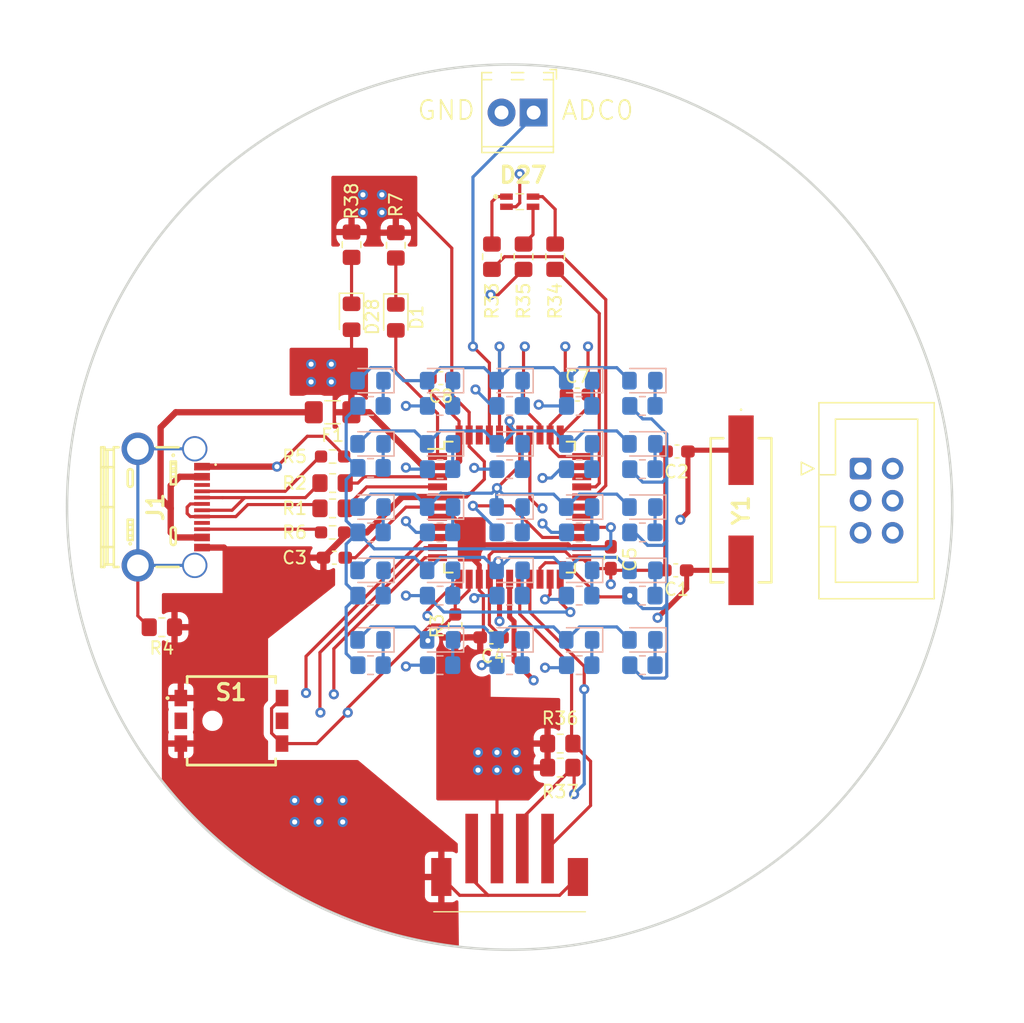
<source format=kicad_pcb>
(kicad_pcb (version 20221018) (generator pcbnew)
  (layers (0 "F.Cu" mixed) (1 "In1.Cu" signal) (2 "In2.Cu" signal) (31 "B.Cu" mixed) (34 "B.Paste" user) (35 "F.Paste" user) (36 "B.SilkS" user "B.Silkscreen") (37 "F.SilkS" user "F.Silkscreen") (38 "B.Mask" user) (39 "F.Mask" user) (44 "Edge.Cuts" user))
  (net 0 "")
  (net 1 "GND")
  (net 2 "Net-(U1-XTAL1)")
  (net 3 "Net-(U1-XTAL2)")
  (net 4 "Net-(U1-UCAP)")
  (net 5 "+5V")
  (net 6 "/MISO")
  (net 7 "/SCK")
  (net 8 "/MOSI")
  (net 9 "/RESET")
  (net 10 "Net-(J1-D+-PadA6)")
  (net 11 "Net-(U1-D+)")
  (net 12 "Net-(J1-D--PadA7)")
  (net 13 "Net-(U1-D-)")
  (net 14 "Net-(J1-SHIELD)")
  (net 15 "Net-(J1-CC1)")
  (net 16 "Net-(J1-CC2)")
  (net 17 "Net-(D1-K)")
  (net 18 "Net-(D1-A)")
  (net 19 "/SS")
  (net 20 "Net-(D2-K)")
  (net 21 "/LED_ROW1")
  (net 22 "Net-(D3-K)")
  (net 23 "Net-(D4-K)")
  (net 24 "Net-(D5-K)")
  (net 25 "Net-(D6-K)")
  (net 26 "Net-(D7-K)")
  (net 27 "/LED_ROW2")
  (net 28 "Net-(D8-K)")
  (net 29 "Net-(D9-K)")
  (net 30 "Net-(D10-K)")
  (net 31 "Net-(D11-K)")
  (net 34 "Net-(D12-K)")
  (net 35 "/LED_ROW3")
  (net 36 "Net-(D13-K)")
  (net 37 "Net-(D14-K)")
  (net 38 "Net-(D15-K)")
  (net 39 "Net-(D16-K)")
  (net 40 "/AREF")
  (net 41 "Net-(D17-K)")
  (net 42 "/LED_ROW4")
  (net 43 "Net-(D18-K)")
  (net 44 "Net-(D19-K)")
  (net 45 "Net-(D20-K)")
  (net 46 "Net-(D21-K)")
  (net 47 "Net-(D22-K)")
  (net 48 "/LED_ROW5")
  (net 49 "Net-(D23-K)")
  (net 50 "Net-(D24-K)")
  (net 51 "Net-(D25-K)")
  (net 52 "Net-(D26-K)")
  (net 53 "Net-(F1-Pad2)")
  (net 54 "/LED_COL1")
  (net 55 "/LED_COL2")
  (net 56 "/LED_COL3")
  (net 57 "/LED_COL4")
  (net 58 "/LED_COL5")
  (net 59 "/TRI_LED_R")
  (net 60 "/TRI_LED_G")
  (net 61 "/TRI_LED_B")
  (net 62 "Net-(D28-K)")
  (net 63 "/SCL")
  (net 66 "Net-(J3-Pin_1)")
  (net 69 "/SDA")
  (net 72 "Net-(D27-K_RED)")
  (net 73 "Net-(D27-K_GREEN)")
  (net 74 "Net-(D27-K_BLUE)")
  (footprint "Resistor_SMD:R_0603_1608Metric_Pad0.98x0.95mm_HandSolder" (layer "F.Cu") (at 136 96)
    (fp_text reference "R5")
    (fp_text value "5.1k")
  )
  (footprint "Resistor_SMD:R_0603_1608Metric_Pad0.98x0.95mm_HandSolder" (layer "F.Cu") (at 136 102)
    (fp_text reference "R6")
    (fp_text value "5.1k")
  )
  (footprint "Connector_IDC:IDC-Header_2x03_P2.54mm_Vertical" (layer "F.Cu") (at 177.7475 96.955)
    (fp_text reference "J2" hide)
    (fp_text value "AVR-ISP-6")
  )
  (footprint "Fuse:Fuse_1206_3216Metric_Pad1.42x1.75mm_HandSolder" (layer "F.Cu") (at 136 92.5 180)
    (fp_text reference "F1")
    (fp_text value "Polyfuse")
  )
  (footprint "Resistor_SMD:R_0805_2012Metric_Pad1.20x1.40mm_HandSolder" (layer "F.Cu") (at 151.1 80.2 90)
    (fp_text reference "R35")
    (fp_text value "91")
  )
  (footprint "basic_microcontroller:Pushbutton Switch" (layer "F.Cu") (at 128 116.9)
    (fp_text reference "S1")
    (fp_text value "Pushbutton Switch" hide)
  )
  (footprint "Resistor_SMD:R_0805_2012Metric_Pad1.20x1.40mm_HandSolder" (layer "F.Cu") (at 136 100.1)
    (fp_text reference "R1")
    (fp_text value "22")
  )
  (footprint "Resistor_SMD:R_0805_2012Metric_Pad1.20x1.40mm_HandSolder" (layer "F.Cu") (at 154 118.7)
    (fp_text reference "R37")
    (fp_text value "10k")
  )
  (footprint "LED_SMD:LED_0805_2012Metric_Pad1.15x1.40mm_HandSolder" (layer "F.Cu") (at 137.5 84.95 -90)
    (fp_text reference "D28")
    (fp_text value "LED")
  )
  (footprint "Resistor_SMD:R_0805_2012Metric_Pad1.20x1.40mm_HandSolder" (layer "F.Cu") (at 154 120.6)
    (fp_text reference "R36")
    (fp_text value "10k")
  )
  (footprint "Capacitor_SMD:C_0603_1608Metric_Pad1.08x0.95mm_HandSolder" (layer "F.Cu") (at 163.2375 95.6)
    (fp_text reference "C2")
    (fp_text value "20pF")
  )
  (footprint "Capacitor_SMD:C_0603_1608Metric_Pad1.08x0.95mm_HandSolder" (layer "F.Cu") (at 136.1375 104)
    (fp_text reference "C3")
    (fp_text value "1uF")
  )
  (footprint "TerminalBlock_Phoenix:TerminalBlock_Phoenix_MPT-0,5-2-2.54_1x02_P2.54mm_Horizontal" (layer "F.Cu") (at 151.9 68.8 180)
    (fp_text reference "J3" hide)
    (fp_text value "Screw_Terminal_01x02")
  )
  (footprint "basic_microcontroller:USB480003A" (layer "F.Cu") (at 122 100 -90)
    (fp_text reference "J1")
    (fp_text value "USB_C_Receptacle_USB2.0" hide)
  )
  (footprint "Resistor_SMD:R_0805_2012Metric_Pad1.20x1.40mm_HandSolder" (layer "F.Cu") (at 153.6 80.2 90)
    (fp_text reference "R34")
    (fp_text value "91")
  )
  (footprint "Capacitor_SMD:C_0603_1608Metric_Pad1.08x0.95mm_HandSolder" (layer "F.Cu") (at 163.1375 105)
    (fp_text reference "C1")
    (fp_text value "20pF")
  )
  (footprint "Capacitor_SMD:C_0603_1608Metric_Pad1.08x0.95mm_HandSolder" (layer "F.Cu") (at 144.5625 89.8 180)
    (fp_text reference "C8")
    (fp_text value "100nF")
  )
  (footprint "basic_microcontroller:ECS80185PXGMTR" (layer "F.Cu") (at 168.3 100.25 -90)
    (fp_text reference "Y1")
    (fp_text value "8MHz" hide)
  )
  (footprint "Resistor_SMD:R_0805_2012Metric_Pad1.20x1.40mm_HandSolder" (layer "F.Cu") (at 137.5 79.25 90)
    (fp_text reference "R38")
    (fp_text value "140")
  )
  (footprint "basic_microcontroller:RGB LED" (layer "F.Cu") (at 150.8 75.85)
    (fp_text reference "D27")
    (fp_text value "LED_ABRG" hide)
  )
  (footprint "Package_QFP:TQFP-44_10x10mm_P0.8mm" (layer "F.Cu") (at 150 100)
    (fp_text reference "U1" hide)
    (fp_text value "ATmega32U4-A")
  )
  (footprint "basic_microcontroller:stemma" (layer "F.Cu") (at 150 130.5)
    (fp_text reference "C6" hide)
    (fp_text value "Stemma" hide)
  )
  (footprint "Capacitor_SMD:C_0603_1608Metric_Pad1.08x0.95mm_HandSolder" (layer "F.Cu") (at 155.3625 91.1)
    (fp_text reference "C7")
    (fp_text value "100nF")
  )
  (footprint "Resistor_SMD:R_0805_2012Metric_Pad1.20x1.40mm_HandSolder" (layer "F.Cu") (at 141 79.3 90)
    (fp_text reference "R7")
    (fp_text value "140")
  )
  (footprint "Capacitor_SMD:C_0603_1608Metric_Pad1.08x0.95mm_HandSolder" (layer "F.Cu") (at 148.5375 110.3 180)
    (fp_text reference "C4")
    (fp_text value "100nF")
  )
  (footprint "Resistor_SMD:R_0805_2012Metric_Pad1.20x1.40mm_HandSolder" (layer "F.Cu") (at 148.6 80.2 90)
    (fp_text reference "R33")
    (fp_text value "140")
  )
  (footprint "Resistor_SMD:R_0805_2012Metric_Pad1.20x1.40mm_HandSolder" (layer "F.Cu") (at 136 98.1)
    (fp_text reference "R2")
    (fp_text value "22")
  )
  (footprint "LED_SMD:LED_0805_2012Metric_Pad1.15x1.40mm_HandSolder" (layer "F.Cu") (at 141 85 -90)
    (fp_text reference "D1")
    (fp_text value "LED")
  )
  (footprint "Resistor_SMD:R_0603_1608Metric_Pad0.98x0.95mm_HandSolder" (layer "F.Cu") (at 145.7 109.4 90)
    (fp_text reference "R3")
    (fp_text value "5.1k")
  )
  (footprint "Capacitor_SMD:C_0603_1608Metric_Pad1.08x0.95mm_HandSolder" (layer "F.Cu") (at 158 104 90)
    (fp_text reference "C5")
    (fp_text value "100nF")
  )
  (footprint "Resistor_SMD:R_0805_2012Metric_Pad1.20x1.40mm_HandSolder" (layer "F.Cu") (at 122.5 109.5 180)
    (fp_text reference "R4")
    (fp_text value "1M")
  )
  (footprint "LED_SMD:LED_0805_2012Metric_Pad1.15x1.40mm_HandSolder" (layer "B.Cu") (at 144.5 110.5 180)
    (fp_text reference "D25" hide)
    (fp_text value "LED")
  )
  (footprint "LED_SMD:LED_0805_2012Metric_Pad1.15x1.40mm_HandSolder" (layer "B.Cu") (at 155.5 100 180)
    (fp_text reference "D13" hide)
    (fp_text value "LED")
  )
  (footprint "Resistor_SMD:R_0805_2012Metric_Pad1.20x1.40mm_HandSolder" (layer "B.Cu") (at 144.5 102 180)
    (fp_text reference "R21" hide)
    (fp_text value "140")
  )
  (footprint "Resistor_SMD:R_0805_2012Metric_Pad1.20x1.40mm_HandSolder" (layer "B.Cu") (at 155.5 107 180)
    (fp_text reference "R24" hide)
    (fp_text value "140")
  )
  (footprint "LED_SMD:LED_0805_2012Metric_Pad1.15x1.40mm_HandSolder" (layer "B.Cu") (at 144.5 90 180)
    (fp_text reference "D5" hide)
    (fp_text value "LED")
  )
  (footprint "Resistor_SMD:R_0805_2012Metric_Pad1.20x1.40mm_HandSolder" (layer "B.Cu") (at 160.5 102 180)
    (fp_text reference "R18" hide)
    (fp_text value "140")
  )
  (footprint "LED_SMD:LED_0805_2012Metric_Pad1.15x1.40mm_HandSolder" (layer "B.Cu") (at 160.5 105 180)
    (fp_text reference "D17" hide)
    (fp_text value "LED")
  )
  (footprint "Resistor_SMD:R_0805_2012Metric_Pad1.20x1.40mm_HandSolder" (layer "B.Cu") (at 150 102 180)
    (fp_text reference "R20" hide)
    (fp_text value "140")
  )
  (footprint "LED_SMD:LED_0805_2012Metric_Pad1.15x1.40mm_HandSolder" (layer "B.Cu") (at 155.5 105 180)
    (fp_text reference "D18" hide)
    (fp_text value "LED")
  )
  (footprint "Resistor_SMD:R_0805_2012Metric_Pad1.20x1.40mm_HandSolder" (layer "B.Cu") (at 150 97 180)
    (fp_text reference "R15" hide)
    (fp_text value "140")
  )
  (footprint "Resistor_SMD:R_0805_2012Metric_Pad1.20x1.40mm_HandSolder" (layer "B.Cu") (at 144.5 97 180)
    (fp_text reference "R16" hide)
    (fp_text value "140")
  )
  (footprint "LED_SMD:LED_0805_2012Metric_Pad1.15x1.40mm_HandSolder" (layer "B.Cu") (at 155.5 110.5 180)
    (fp_text reference "D23" hide)
    (fp_text value "LED")
  )
  (footprint "Resistor_SMD:R_0805_2012Metric_Pad1.20x1.40mm_HandSolder" (layer "B.Cu") (at 150 107 180)
    (fp_text reference "R25" hide)
    (fp_text value "140")
  )
  (footprint "LED_SMD:LED_0805_2012Metric_Pad1.15x1.40mm_HandSolder" (layer "B.Cu") (at 150 90 180)
    (fp_text reference "D4" hide)
    (fp_text value "LED")
  )
  (footprint "LED_SMD:LED_0805_2012Metric_Pad1.15x1.40mm_HandSolder" (layer "B.Cu") (at 139 110.5 180)
    (fp_text reference "D26" hide)
    (fp_text value "LED")
  )
  (footprint "Resistor_SMD:R_0805_2012Metric_Pad1.20x1.40mm_HandSolder" (layer "B.Cu") (at 139 92 180)
    (fp_text reference "R12" hide)
    (fp_text value "140")
  )
  (footprint "LED_SMD:LED_0805_2012Metric_Pad1.15x1.40mm_HandSolder" (layer "B.Cu") (at 150 105 180)
    (fp_text reference "D19" hide)
    (fp_text value "LED")
  )
  (footprint "Resistor_SMD:R_0805_2012Metric_Pad1.20x1.40mm_HandSolder" (layer "B.Cu") (at 160.5 107 180)
    (fp_text reference "R23" hide)
    (fp_text value "140")
  )
  (footprint "Resistor_SMD:R_0805_2012Metric_Pad1.20x1.40mm_HandSolder" (layer "B.Cu") (at 144.5 92 180)
    (fp_text reference "R11" hide)
    (fp_text value "140")
  )
  (footprint "Resistor_SMD:R_0805_2012Metric_Pad1.20x1.40mm_HandSolder" (layer "B.Cu") (at 160.5 92 180)
    (fp_text reference "R8" hide)
    (fp_text value "140")
  )
  (footprint "Resistor_SMD:R_0805_2012Metric_Pad1.20x1.40mm_HandSolder" (layer "B.Cu") (at 150 112.5 180)
    (fp_text reference "R30" hide)
    (fp_text value "140")
  )
  (footprint "Resistor_SMD:R_0805_2012Metric_Pad1.20x1.40mm_HandSolder" (layer "B.Cu") (at 155.5 112.5 180)
    (fp_text reference "R29" hide)
    (fp_text value "140")
  )
  (footprint "LED_SMD:LED_0805_2012Metric_Pad1.15x1.40mm_HandSolder" (layer "B.Cu") (at 150 100 180)
    (fp_text reference "D14" hide)
    (fp_text value "LED")
  )
  (footprint "Resistor_SMD:R_0805_2012Metric_Pad1.20x1.40mm_HandSolder" (layer "B.Cu") (at 155.5 97 180)
    (fp_text reference "R14" hide)
    (fp_text value "140")
  )
  (footprint "Resistor_SMD:R_0805_2012Metric_Pad1.20x1.40mm_HandSolder" (layer "B.Cu") (at 155.5 92 180)
    (fp_text reference "R9" hide)
    (fp_text value "140")
  )
  (footprint "LED_SMD:LED_0805_2012Metric_Pad1.15x1.40mm_HandSolder" (layer "B.Cu") (at 144.5 95 180)
    (fp_text reference "D10" hide)
    (fp_text value "LED")
  )
  (footprint "LED_SMD:LED_0805_2012Metric_Pad1.15x1.40mm_HandSolder" (layer "B.Cu") (at 139 100 180)
    (fp_text reference "D16" hide)
    (fp_text value "LED")
  )
  (footprint "LED_SMD:LED_0805_2012Metric_Pad1.15x1.40mm_HandSolder" (layer "B.Cu") (at 139 105 180)
    (fp_text reference "D21" hide)
    (fp_text value "LED")
  )
  (footprint "Resistor_SMD:R_0805_2012Metric_Pad1.20x1.40mm_HandSolder" (layer "B.Cu") (at 150 92 180)
    (fp_text reference "R10" hide)
    (fp_text value "140")
  )
  (footprint "Resistor_SMD:R_0805_2012Metric_Pad1.20x1.40mm_HandSolder" (layer "B.Cu") (at 160.5 97 180)
    (fp_text reference "R13" hide)
    (fp_text value "140")
  )
  (footprint "LED_SMD:LED_0805_2012Metric_Pad1.15x1.40mm_HandSolder" (layer "B.Cu") (at 160.5 95 180)
    (fp_text reference "D7" hide)
    (fp_text value "LED")
  )
  (footprint "LED_SMD:LED_0805_2012Metric_Pad1.15x1.40mm_HandSolder" (layer "B.Cu") (at 160.5 100 180)
    (fp_text reference "D12" hide)
    (fp_text value "LED")
  )
  (footprint "LED_SMD:LED_0805_2012Metric_Pad1.15x1.40mm_HandSolder" (layer "B.Cu") (at 155.5 95 180)
    (fp_text reference "D8" hide)
    (fp_text value "LED")
  )
  (footprint "LED_SMD:LED_0805_2012Metric_Pad1.15x1.40mm_HandSolder" (layer "B.Cu") (at 144.5 105 180)
    (fp_text reference "D20" hide)
    (fp_text value "LED")
  )
  (footprint "Resistor_SMD:R_0805_2012Metric_Pad1.20x1.40mm_HandSolder" (layer "B.Cu") (at 139 112.5 180)
    (fp_text reference "R32" hide)
    (fp_text value "140")
  )
  (footprint "LED_SMD:LED_0805_2012Metric_Pad1.15x1.40mm_HandSolder" (layer "B.Cu") (at 160.5 110.5 180)
    (fp_text reference "D22" hide)
    (fp_text value "LED")
  )
  (footprint "LED_SMD:LED_0805_2012Metric_Pad1.15x1.40mm_HandSolder" (layer "B.Cu") (at 139 90 180)
    (fp_text reference "D6" hide)
    (fp_text value "LED")
  )
  (footprint "LED_SMD:LED_0805_2012Metric_Pad1.15x1.40mm_HandSolder" (layer "B.Cu") (at 150 110.5 180)
    (fp_text reference "D24" hide)
    (fp_text value "LED")
  )
  (footprint "Resistor_SMD:R_0805_2012Metric_Pad1.20x1.40mm_HandSolder" (layer "B.Cu") (at 139 96.9 180)
    (fp_text reference "R17" hide)
    (fp_text value "140")
  )
  (footprint "Resistor_SMD:R_0805_2012Metric_Pad1.20x1.40mm_HandSolder" (layer "B.Cu") (at 144.5 107 180)
    (fp_text reference "R26" hide)
    (fp_text value "140")
  )
  (footprint "LED_SMD:LED_0805_2012Metric_Pad1.15x1.40mm_HandSolder" (layer "B.Cu") (at 150 95 180)
    (fp_text reference "D9" hide)
    (fp_text value "LED")
  )
  (footprint "LED_SMD:LED_0805_2012Metric_Pad1.15x1.40mm_HandSolder" (layer "B.Cu") (at 160.5 90 180)
    (fp_text reference "D2" hide)
    (fp_text value "LED")
  )
  (footprint "Resistor_SMD:R_0805_2012Metric_Pad1.20x1.40mm_HandSolder" (layer "B.Cu") (at 139 102 180)
    (fp_text reference "R22" hide)
    (fp_text value "140")
  )
  (footprint "Resistor_SMD:R_0805_2012Metric_Pad1.20x1.40mm_HandSolder" (layer "B.Cu") (at 144.5 112.5 180)
    (fp_text reference "R31" hide)
    (fp_text value "140")
  )
  (footprint "LED_SMD:LED_0805_2012Metric_Pad1.15x1.40mm_HandSolder" (layer "B.Cu") (at 155.5 90 180)
    (fp_text reference "D3" hide)
    (fp_text value "LED")
  )
  (footprint "LED_SMD:LED_0805_2012Metric_Pad1.15x1.40mm_HandSolder" (layer "B.Cu") (at 139 95 180)
    (fp_text reference "D11" hide)
    (fp_text value "LED")
  )
  (footprint "Resistor_SMD:R_0805_2012Metric_Pad1.20x1.40mm_HandSolder" (layer "B.Cu") (at 160.5 112.5 180)
    (fp_text reference "R28" hide)
    (fp_text value "140")
  )
  (footprint "Resistor_SMD:R_0805_2012Metric_Pad1.20x1.40mm_HandSolder" (layer "B.Cu") (at 155.5 102 180)
    (fp_text reference "R19" hide)
    (fp_text value "140")
  )
  (footprint "LED_SMD:LED_0805_2012Metric_Pad1.15x1.40mm_HandSolder" (layer "B.Cu") (at 144.5 100 180)
    (fp_text reference "D15" hide)
    (fp_text value "LED")
  )
  (footprint "Resistor_SMD:R_0805_2012Metric_Pad1.20x1.40mm_HandSolder" (layer "B.Cu") (at 139 107 180)
    (fp_text reference "R27" hide)
    (fp_text value "140")
  )
  (gr_circle (center 150 100) (end 185 100) (stroke (width 0.2)) (fill none) (layer "Edge.Cuts"))
  (gr_text "GND" (at 142.6 69.5) (layer "F.SilkS") (effects (font (size 1.5 1.5)) (justify left bottom)))
  (gr_text "ADC0" (at 154 69.5) (layer "F.SilkS") (effects (font (size 1.5 1.5)) (justify left bottom)))
  (segment (start 138.7 102) (end 141.5 99.2) (width 0.5) (layer "F.Cu") (net 1))
  (segment (start 137 102) (end 138.7 102) (width 0.5) (layer "F.Cu") (net 1))
  (segment (start 145.425 89.8) (end 145.425 79.525) (width 0.25) (layer "F.Cu") (net 1))
  (segment (start 125.675 103.2) (end 127.4 103.2) (width 0.5) (layer "F.Cu") (net 1))
  (segment (start 162.275 95.7) (end 162.375 95.6) (width 0.25) (layer "F.Cu") (net 1))
  (segment (start 134 94.4) (end 135.4 94.4) (width 0.25) (layer "F.Cu") (net 1))
  (segment (start 146.6 99.2) (end 148 97.8) (width 0.25) (layer "F.Cu") (net 1))
  (segment (start 162.275 105) (end 158.1375 105) (width 0.25) (layer "F.Cu") (net 1))
  (segment (start 154.9 104) (end 155.7 104) (width 0.25) (layer "F.Cu") (net 1))
  (segment (start 125.675 96.8) (end 131.6 96.8) (width 0.5) (layer "F.Cu") (net 1))
  (segment (start 154.4 103.5) (end 154.9 104) (width 0.25) (layer "F.Cu") (net 1))
  (segment (start 146.8 94.3) (end 146.8 92.5) (width 0.25) (layer "F.Cu") (net 1))
  (segment (start 154.5 92.2) (end 154.5 91.1) (width 0.25) (layer "F.Cu") (net 1))
  (segment (start 148.4 109.3) (end 149.4 110.3) (width 0.25) (layer "F.Cu") (net 1))
  (segment (start 154.4 87.3) (end 154.4 91) (width 0.25) (layer "F.Cu") (net 1))
  (segment (start 158.1375 105) (end 158 104.8625) (width 0.25) (layer "F.Cu") (net 1))
  (segment (start 131.6 96.8) (end 134 94.4) (width 0.25) (layer "F.Cu") (net 1))
  (segment (start 148 96.4) (end 147.55 95.95) (width 0.25) (layer "F.Cu") (net 1))
  (segment (start 155.7 96) (end 153.9 96) (width 0.25) (layer "F.Cu") (net 1))
  (segment (start 153.2 95.3) (end 153.2 94.3) (width 0.25) (layer "F.Cu") (net 1))
  (segment (start 147.55 95.95) (end 146.8 95.2) (width 0.25) (layer "F.Cu") (net 1))
  (segment (start 146.8 95.2) (end 146.8 94.3) (width 0.25) (layer "F.Cu") (net 1))
  (segment (start 146.05 130.7) (end 148.3 130.7) (width 0.25) (layer "F.Cu") (net 1))
  (segment (start 145.425 91.125) (end 145.425 89.8) (width 0.25) (layer "F.Cu") (net 1))
  (segment (start 144.6 129.25) (end 146.05 130.7) (width 0.25) (layer "F.Cu") (net 1))
  (segment (start 153.2 93.5) (end 154.5 92.2) (width 0.25) (layer "F.Cu") (net 1))
  (segment (start 146.8 92.5) (end 145.425 91.125) (width 0.25) (layer "F.Cu") (net 1))
  (segment (start 141.5 99.2) (end 144.3 99.2) (width 0.5) (layer "F.Cu") (net 1))
  (segment (start 147 127) (end 147 129.4) (width 0.25) (layer "F.Cu") (net 1))
  (segment (start 148.375 105.675) (end 148.375 103.825) (width 0.25) (layer "F.Cu") (net 1))
  (segment (start 148.7 103.5) (end 154.4 103.5) (width 0.25) (layer "F.Cu") (net 1))
  (segment (start 144.3 99.2) (end 146.6 99.2) (width 0.25) (layer "F.Cu") (net 1))
  (segment (start 148.375 103.825) (end 148.7 103.5) (width 0.25) (layer "F.Cu") (net 1))
  (segment (start 153.9 96) (end 153.2 95.3) (width 0.25) (layer "F.Cu") (net 1))
  (segment (start 135.275 104) (end 137 102.275) (width 0.5) (layer "F.Cu") (net 1))
  (segment (start 153.2 94.3) (end 153.2 93.5) (width 0.25) (layer "F.Cu") (net 1))
  (segment (start 148.4 105.7) (end 148.375 105.675) (width 0.25) (layer "F.Cu") (net 1))
  (segment (start 147 129.4) (end 148.3 130.7) (width 0.25) (layer "F.Cu") (net 1))
  (segment (start 145.425 79.525) (end 142.4 76.5) (width 0.25) (layer "F.Cu") (net 1))
  (segment (start 153.95 130.7) (end 155.4 129.25) (width 0.25) (layer "F.Cu") (net 1))
  (segment (start 137 102.275) (end 137 102) (width 0.5) (layer "F.Cu") (net 1))
  (segment (start 158 106.1) (end 158 105.3625) (width 0.25) (layer "F.Cu") (net 1))
  (segment (start 155.7 104) (end 156.5625 104.8625) (width 0.25) (layer "F.Cu") (net 1))
  (segment (start 148.4 105.7) (end 148.4 109.3) (width 0.25) (layer "F.Cu") (net 1))
  (segment (start 127.4 103.2) (end 128 103.8) (width 0.5) (layer "F.Cu") (net 1))
  (segment (start 154.4 91) (end 154.5 91.1) (width 0.25) (layer "F.Cu") (net 1))
  (segment (start 135.4 94.4) (end 137 96) (width 0.25) (layer "F.Cu") (net 1))
  (segment (start 162.275 105) (end 162.275 95.7) (width 0.25) (layer "F.Cu") (net 1))
  (segment (start 156.5625 104.8625) (end 158 104.8625) (width 0.25) (layer "F.Cu") (net 1))
  (segment (start 148.3 130.7) (end 153.95 130.7) (width 0.25) (layer "F.Cu") (net 1))
  (segment (start 148 97.8) (end 148 96.4) (width 0.25) (layer "F.Cu") (net 1))
  (segment (start 142.4 76.5) (end 142 76.5) (width 0.25) (layer "F.Cu") (net 1))
  (via (at 138.4 75.3) (size 0.8) (drill 0.4) (layers "F.Cu" "B.Cu") (net 1))
  (via (at 131.6 96.8) (size 0.8) (drill 0.4) (layers "F.Cu" "B.Cu") (net 1))
  (via (at 136.8 123.2) (size 0.8) (drill 0.4) (layers "F.Cu" "B.Cu") (net 1))
  (via (at 133 124.9) (size 0.8) (drill 0.4) (layers "F.Cu" "B.Cu") (net 1))
  (via (at 134.9 123.2) (size 0.8) (drill 0.4) (layers "F.Cu" "B.Cu") (net 1))
  (via (at 136.8 124.9) (size 0.8) (drill 0.4) (layers "F.Cu" "B.Cu") (net 1))
  (via (at 139.9 75.3) (size 0.8) (drill 0.4) (layers "F.Cu" "B.Cu") (net 1))
  (via (at 133 123.2) (size 0.8) (drill 0.4) (layers "F.Cu" "B.Cu") (net 1))
  (via (at 158 106.1) (size 0.8) (drill 0.4) (layers "F.Cu" "B.Cu") (net 1))
  (via (at 134.9 124.9) (size 0.8) (drill 0.4) (layers "F.Cu" "B.Cu") (net 1))
  (via (at 154.4 87.3) (size 0.8) (drill 0.4) (layers "F.Cu" "B.Cu") (net 1))
  (via (at 138.4 76.7) (size 0.8) (drill 0.4) (layers "F.Cu" "B.Cu") (net 1))
  (via (at 139.9 76.7) (size 0.8) (drill 0.4) (layers "F.Cu" "B.Cu") (net 1))
  (segment (start 150.35 109.05) (end 150 108.7) (width 0.4) (layer "F.Cu") (net 2))
  (segment (start 150.35 112.15) (end 150.35 109.05) (width 0.4) (layer "F.Cu") (net 2))
  (segment (start 164 106.45) (end 161.7005 108.7495) (width 0.4) (layer "F.Cu") (net 2))
  (segment (start 168.3 105) (end 164 105) (width 0.4) (layer "F.Cu") (net 2))
  (segment (start 151.9 113.7) (end 150.35 112.15) (width 0.4) (layer "F.Cu") (net 2))
  (segment (start 164 105) (end 164 106.45) (width 0.4) (layer "F.Cu") (net 2))
  (segment (start 150 108.7) (end 150 105.7) (width 0.4) (layer "F.Cu") (net 2))
  (via (at 161.7005 108.7495) (size 0.8) (drill 0.4) (layers "F.Cu" "B.Cu") (net 2))
  (via (at 151.9 113.7) (size 0.8) (drill 0.4) (layers "F.Cu" "B.Cu") (net 2))
  (segment (start 149.2 105.7) (end 149.2 109.0245) (width 0.4) (layer "F.Cu") (net 3))
  (segment (start 164.1 100.4) (end 163.5 101) (width 0.4) (layer "F.Cu") (net 3))
  (segment (start 164.2 95.5) (end 164.1 95.6) (width 0.4) (layer "F.Cu") (net 3))
  (segment (start 164.1 95.6) (end 164.1 100.4) (width 0.4) (layer "F.Cu") (net 3))
  (segment (start 168.3 95.5) (end 164.2 95.5) (width 0.4) (layer "F.Cu") (net 3))
  (via (at 163.5 101) (size 0.8) (drill 0.4) (layers "F.Cu" "B.Cu") (net 3))
  (via (at 149.2 109.0245) (size 0.8) (drill 0.4) (layers "F.Cu" "B.Cu") (net 3))
  (segment (start 137.8 104) (end 141.8 100) (width 0.25) (layer "F.Cu") (net 4))
  (segment (start 137 104) (end 137.8 104) (width 0.25) (layer "F.Cu") (net 4))
  (segment (start 141.8 100) (end 144.3 100) (width 0.25) (layer "F.Cu") (net 4))
  (segment (start 156.2 91.075) (end 156.2 87.3) (width 0.25) (layer "F.Cu") (net 5))
  (segment (start 145.55 96.8) (end 146 96.35) (width 0.5) (layer "F.Cu") (net 5))
  (segment (start 138.9 92.5) (end 137.4875 92.5) (width 0.5) (layer "F.Cu") (net 5))
  (segment (start 147.6625 110.3125) (end 147.675 110.3) (width 0.4) (layer "F.Cu") (net 5))
  (segment (start 147.6 104.6) (end 147.6 105.7) (width 0.4) (layer "F.Cu") (net 5))
  (segment (start 150.8 75.95) (end 150.8 73.65) (width 0.25) (layer "F.Cu") (net 5))
  (segment (start 145.5 100.8) (end 146.3 101.6) (width 0.4) (layer "F.Cu") (net 5))
  (segment (start 156.225 92.075) (end 156.225 91.1) (width 0.25) (layer "F.Cu") (net 5))
  (segment (start 150.5 76.25) (end 150.8 75.95) (width 0.25) (layer "F.Cu") (net 5))
  (segment (start 147.6 105.7) (end 147.6 106.574695) (width 0.25) (layer "F.Cu") (net 5))
  (segment (start 147.925 106.899695) (end 147.925 110.05) (width 0.25) (layer "F.Cu") (net 5))
  (segment (start 147.1 104.1) (end 147.6 104.6) (width 0.4) (layer "F.Cu") (net 5))
  (segment (start 144.3 96.8) (end 143.2 96.8) (width 0.5) (layer "F.Cu") (net 5))
  (segment (start 154 94.3) (end 156.225 92.075) (width 0.25) (layer "F.Cu") (net 5))
  (segment (start 154.842462 103.2) (end 154.617462 102.975) (width 0.4) (layer "F.Cu") (net 5))
  (segment (start 155.7625 103.1375) (end 155.7 103.2) (width 0.25) (layer "F.Cu") (net 5))
  (segment (start 147.925 110.05) (end 147.675 110.3) (width 0.25) (layer "F.Cu") (net 5))
  (segment (start 143.7 90.9) (end 143.7 89.8) (width 0.25) (layer "F.Cu") (net 5))
  (segment (start 144.3 100.8) (end 145.5 100.8) (width 0.4) (layer "F.Cu") (net 5))
  (segment (start 147.6 106.574695) (end 147.925 106.899695) (width 0.25) (layer "F.Cu") (net 5))
  (segment (start 149 127) (end 149 123.1) (width 0.25) (layer "F.Cu") (net 5))
  (segment (start 146 96.35) (end 146 94.3) (width 0.5) (layer "F.Cu") (net 5))
  (segment (start 146 93.2) (end 143.7 90.9) (width 0.25) (layer "F.Cu") (net 5))
  (segment (start 156.225 91.1) (end 156.2 91.075) (width 0.25) (layer "F.Cu") (net 5))
  (segment (start 146 94.3) (end 146 93.2) (width 0.25) (layer "F.Cu") (net 5))
  (segment (start 143.2 96.8) (end 138.9 92.5) (width 0.5) (layer "F.Cu") (net 5))
  (segment (start 137.4875 91.4875) (end 137.4875 92.5) (width 0.5) (layer "F.Cu") (net 5))
  (segment (start 149.75 76.25) (end 150.5 76.25) (width 0.25) (layer "F.Cu") (net 5))
  (segment (start 155.7 103.2) (end 154.842462 103.2) (width 0.4) (layer "F.Cu") (net 5))
  (segment (start 137.5 85.975) (end 137.5 88.25) (width 0.25) (layer "F.Cu") (net 5))
  (segment (start 154.617462 102.975) (end 147.3 102.975) (width 0.4) (layer "F.Cu") (net 5))
  (segment (start 158 103.1375) (end 155.7625 103.1375) (width 0.25) (layer "F.Cu") (net 5))
  (segment (start 144.3 96.8) (end 145.55 96.8) (width 0.5) (layer "F.Cu") (net 5))
  (via (at 135.9 88.7) (size 0.8) (drill 0.4) (layers "F.Cu" "B.Cu") (net 5))
  (via (at 150.6 120.8) (size 0.8) (drill 0.4) (layers "F.Cu" "B.Cu") (net 5))
  (via (at 156.2 87.3) (size 0.8) (drill 0.4) (layers "F.Cu" "B.Cu") (net 5))
  (via (at 134.3 90.1) (size 0.8) (drill 0.4) (layers "F.Cu" "B.Cu") (net 5))
  (via (at 147.5 120.8) (size 0.8) (drill 0.4) (layers "F.Cu" "B.Cu") (net 5))
  (via (at 134.3 88.7) (size 0.8) (drill 0.4) (layers "F.Cu" "B.Cu") (net 5))
  (via (at 149 119.4) (size 0.8) (drill 0.4) (layers "F.Cu" "B.Cu") (net 5))
  (via (at 150.5 119.4) (size 0.8) (drill 0.4) (layers "F.Cu" "B.Cu") (net 5))
  (via (at 135.9 90.1) (size 0.8) (drill 0.4) (layers "F.Cu" "B.Cu") (net 5))
  (via (at 150.8 73.65) (size 0.8) (drill 0.4) (layers "F.Cu" "B.Cu") (net 5))
  (via (at 147.5 119.4) (size 0.8) (drill 0.4) (layers "F.Cu" "B.Cu") (net 5))
  (via (at 149 120.8) (size 0.8) (drill 0.4) (layers "F.Cu" "B.Cu") (net 5))
  (segment (start 144.3 104) (end 143.3 104) (width 0.25) (layer "F.Cu") (net 6))
  (segment (start 143.3 104) (end 136.1 111.2) (width 0.25) (layer "F.Cu") (net 6))
  (segment (start 136.1 111.2) (end 136.1 114.8) (width 0.25) (layer "F.Cu") (net 6))
  (via (at 136.1 114.8) (size 0.8) (drill 0.4) (layers "F.Cu" "B.Cu") (net 6))
  (segment (start 133.9 111.8) (end 143.3 102.4) (width 0.25) (layer "F.Cu") (net 7))
  (segment (start 143.3 102.4) (end 144.3 102.4) (width 0.25) (layer "F.Cu") (net 7))
  (segment (start 133.9 114.7) (end 133.9 111.8) (width 0.25) (layer "F.Cu") (net 7))
  (via (at 133.9 114.7) (size 0.8) (drill 0.4) (layers "F.Cu" "B.Cu") (net 7))
  (segment (start 135 116.21191) (end 135 111.5) (width 0.25) (layer "F.Cu") (net 8))
  (segment (start 135.03759 116.2495) (end 135 116.21191) (width 0.25) (layer "F.Cu") (net 8))
  (segment (start 135 111.5) (end 143.3 103.2) (width 0.25) (layer "F.Cu") (net 8))
  (segment (start 143.3 103.2) (end 144.3 103.2) (width 0.25) (layer "F.Cu") (net 8))
  (via (at 135.03759 116.2495) (size 0.8) (drill 0.4) (layers "F.Cu" "B.Cu") (net 8))
  (segment (start 137.2 116.2495) (end 137.2 115.874695) (width 0.25) (layer "F.Cu") (net 9))
  (segment (start 131.175 115.925) (end 132 115.1) (width 0.25) (layer "F.Cu") (net 9))
  (segment (start 137.2 115.874695) (end 143.749695 109.325) (width 0.25) (layer "F.Cu") (net 9))
  (segment (start 132 118.7) (end 131.175 117.875) (width 0.25) (layer "F.Cu") (net 9))
  (segment (start 146.8 106.575) (end 146.8 105.7) (width 0.25) (layer "F.Cu") (net 9))
  (segment (start 145.7 107.675) (end 146.8 106.575) (width 0.25) (layer "F.Cu") (net 9))
  (segment (start 143.749695 109.325) (end 144.8625 109.325) (width 0.25) (layer "F.Cu") (net 9))
  (segment (start 134.7495 118.7) (end 132 118.7) (width 0.25) (layer "F.Cu") (net 9))
  (segment (start 145.7 108.4875) (end 145.7 107.675) (width 0.25) (layer "F.Cu") (net 9))
  (segment (start 131.175 117.875) (end 131.175 115.925) (width 0.25) (layer "F.Cu") (net 9))
  (segment (start 137.2 116.2495) (end 134.7495 118.7) (width 0.25) (layer "F.Cu") (net 9))
  (segment (start 144.8625 109.325) (end 145.7 108.4875) (width 0.25) (layer "F.Cu") (net 9))
  (via (at 137.2 116.2495) (size 0.8) (drill 0.4) (layers "F.Cu" "B.Cu") (net 9))
  (segment (start 129.3 99.8) (end 128.35 100.75) (width 0.25) (layer "F.Cu") (net 10))
  (segment (start 135 100.1) (end 134.7 99.8) (width 0.25) (layer "F.Cu") (net 10))
  (segment (start 124.5 100) (end 124.75 99.75) (width 0.25) (layer "F.Cu") (net 10))
  (segment (start 134.7 99.8) (end 129.3 99.8) (width 0.25) (layer "F.Cu") (net 10))
  (segment (start 128.35 100.75) (end 125.675 100.75) (width 0.25) (layer "F.Cu") (net 10))
  (segment (start 124.75 100.75) (end 124.5 100.5) (width 0.25) (layer "F.Cu") (net 10))
  (segment (start 124.75 99.75) (end 125.675 99.75) (width 0.25) (layer "F.Cu") (net 10))
  (segment (start 124.5 100.5) (end 124.5 100) (width 0.25) (layer "F.Cu") (net 10))
  (segment (start 125.675 100.75) (end 124.75 100.75) (width 0.25) (layer "F.Cu") (net 10))
  (segment (start 138.7 98.4) (end 144.3 98.4) (width 0.25) (layer "F.Cu") (net 11))
  (segment (start 137 100.1) (end 138.7 98.4) (width 0.25) (layer "F.Cu") (net 11))
  (segment (start 125.675 100.25) (end 128.05 100.25) (width 0.25) (layer "F.Cu") (net 12))
  (segment (start 129.05 99.25) (end 129.1 99.25) (width 0.25) (layer "F.Cu") (net 12))
  (segment (start 127.3 99.25) (end 133.85 99.25) (width 0.25) (layer "F.Cu") (net 12))
  (segment (start 125.675 99.25) (end 127.3 99.25) (width 0.25) (layer "F.Cu") (net 12))
  (segment (start 128.05 100.25) (end 129.05 99.25) (width 0.25) (layer "F.Cu") (net 12))
  (segment (start 133.85 99.25) (end 135 98.1) (width 0.25) (layer "F.Cu") (net 12))
  (segment (start 138 98.1) (end 138.5 97.6) (width 0.25) (layer "F.Cu") (net 13))
  (segment (start 137 98.1) (end 138 98.1) (width 0.25) (layer "F.Cu") (net 13))
  (segment (start 138.5 97.6) (end 144.3 97.6) (width 0.25) (layer "F.Cu") (net 13))
  (segment (start 121.5 109.5) (end 120.6 108.6) (width 0.25) (layer "F.Cu") (net 14))
  (segment (start 120.6 108.6) (end 120.6 104.61) (width 0.25) (layer "F.Cu") (net 14))
  (segment (start 125.1 104.61) (end 120.6 104.61) (width 0.25) (layer "B.Cu") (net 14))
  (segment (start 120.6 104.61) (end 120.6 95.39) (width 0.25) (layer "B.Cu") (net 14))
  (segment (start 125.1 95.39) (end 120.6 95.39) (width 0.25) (layer "B.Cu") (net 14))
  (segment (start 135 96) (end 132.25 98.75) (width 0.25) (layer "F.Cu") (net 15))
  (segment (start 132.25 98.75) (end 125.675 98.75) (width 0.25) (layer "F.Cu") (net 15))
  (segment (start 135 102) (end 134.75 101.75) (width 0.25) (layer "F.Cu") (net 16))
  (segment (start 134.75 101.75) (end 125.675 101.75) (width 0.25) (layer "F.Cu") (net 16))
  (segment (start 141 83.975) (end 141 80.3) (width 0.25) (layer "F.Cu") (net 17))
  (segment (start 141 89.3) (end 141 86.025) (width 0.25) (layer "F.Cu") (net 18))
  (segment (start 144.3 96) (end 144.3 92.6) (width 0.25) (layer "F.Cu") (net 18))
  (segment (start 144.3 92.6) (end 141 89.3) (width 0.25) (layer "F.Cu") (net 18))
  (segment (start 161.5 92) (end 161.5 90) (width 0.25) (layer "B.Cu") (net 20))
  (segment (start 149.2 94.3) (end 149.2 87.2) (width 0.25) (layer "F.Cu") (net 21))
  (via (at 149.2 87.3) (size 0.8) (drill 0.4) (layers "F.Cu" "B.Cu") (net 21))
  (segment (start 144.525 88.975) (end 143.5 90) (width 0.25) (layer "B.Cu") (net 21))
  (segment (start 149.2 89.8) (end 149 90) (width 0.25) (layer "B.Cu") (net 21))
  (segment (start 147.975 88.975) (end 144.525 88.975) (width 0.25) (layer "B.Cu") (net 21))
  (segment (start 140.588173 88.975) (end 139.025 88.975) (width 0.25) (layer "B.Cu") (net 21))
  (segment (start 149 90) (end 147.975 88.975) (width 0.25) (layer "B.Cu") (net 21))
  (segment (start 150.025 88.975) (end 149 90) (width 0.25) (layer "B.Cu") (net 21))
  (segment (start 155.525 88.975) (end 154.5 90) (width 0.25) (layer "B.Cu") (net 21))
  (segment (start 158.475 88.975) (end 155.525 88.975) (width 0.25) (layer "B.Cu") (net 21))
  (segment (start 154.5 90) (end 153.475 88.975) (width 0.25) (layer "B.Cu") (net 21))
  (segment (start 139.025 88.975) (end 138 90) (width 0.25) (layer "B.Cu") (net 21))
  (segment (start 143.5 90) (end 141.613173 90) (width 0.25) (layer "B.Cu") (net 21))
  (segment (start 141.613173 90) (end 140.588173 88.975) (width 0.25) (layer "B.Cu") (net 21))
  (segment (start 153.475 88.975) (end 150.025 88.975) (width 0.25) (layer "B.Cu") (net 21))
  (segment (start 159.5 90) (end 158.475 88.975) (width 0.25) (layer "B.Cu") (net 21))
  (segment (start 149.2 87.2) (end 149.2 89.8) (width 0.25) (layer "B.Cu") (net 21))
  (segment (start 156.5 90) (end 156.5 92) (width 0.25) (layer "B.Cu") (net 22))
  (segment (start 151 90) (end 151 92) (width 0.25) (layer "B.Cu") (net 23))
  (segment (start 145.5 90) (end 145.5 92) (width 0.25) (layer "B.Cu") (net 24))
  (segment (start 140 90) (end 140 92) (width 0.25) (layer "B.Cu") (net 25))
  (segment (start 161.5 95) (end 161.5 97) (width 0.25) (layer "B.Cu") (net 26))
  (segment (start 150 94.3) (end 150 93.2) (width 0.25) (layer "F.Cu") (net 27))
  (via (at 150 93.2) (size 0.8) (drill 0.4) (layers "F.Cu" "B.Cu") (net 27))
  (segment (start 154.5 95) (end 154.886827 95) (width 0.25) (layer "B.Cu") (net 27))
  (segment (start 139.025 93.975) (end 142.475 93.975) (width 0.25) (layer "B.Cu") (net 27))
  (segment (start 150 93.563173) (end 150.411827 93.975) (width 0.25) (layer "B.Cu") (net 27))
  (segment (start 149 95) (end 149.386827 95) (width 0.25) (layer "B.Cu") (net 27))
  (segment (start 149.386827 95) (end 150.411827 93.975) (width 0.25) (layer "B.Cu") (net 27))
  (segment (start 142.475 93.975) (end 143.5 95) (width 0.25) (layer "B.Cu") (net 27))
  (segment (start 138 95) (end 139.025 93.975) (width 0.25) (layer "B.Cu") (net 27))
  (segment (start 144.525 93.975) (end 147.975 93.975) (width 0.25) (layer "B.Cu") (net 27))
  (segment (start 154.886827 95) (end 155.911827 93.975) (width 0.25) (layer "B.Cu") (net 27))
  (segment (start 158.475 93.975) (end 159.5 95) (width 0.25) (layer "B.Cu") (net 27))
  (segment (start 155.911827 93.975) (end 158.475 93.975) (width 0.25) (layer "B.Cu") (net 27))
  (segment (start 143.5 95) (end 144.525 93.975) (width 0.25) (layer "B.Cu") (net 27))
  (segment (start 150 93.2) (end 150 93.563173) (width 0.25) (layer "B.Cu") (net 27))
  (segment (start 150.411827 93.975) (end 153.475 93.975) (width 0.25) (layer "B.Cu") (net 27))
  (segment (start 153.475 93.975) (end 154.5 95) (width 0.25) (layer "B.Cu") (net 27))
  (segment (start 147.975 93.975) (end 149 95) (width 0.25) (layer "B.Cu") (net 27))
  (segment (start 156.5 95) (end 156.5 97) (width 0.25) (layer "B.Cu") (net 28))
  (segment (start 151 95) (end 151 97) (width 0.25) (layer "B.Cu") (net 29))
  (segment (start 145.5 95) (end 145.5 97) (width 0.25) (layer "B.Cu") (net 30))
  (segment (start 140 96.9) (end 140 95) (width 0.25) (layer "B.Cu") (net 31))
  (segment (start 161.5 100) (end 161.5 102) (width 0.25) (layer "B.Cu") (net 34))
  (segment (start 149 98.5) (end 150.8 96.7) (width 0.25) (layer "F.Cu") (net 35))
  (segment (start 150.8 96.7) (end 150.8 94.3) (width 0.25) (layer "F.Cu") (net 35))
  (via (at 149 98.5) (size 0.8) (drill 0.4) (layers "F.Cu" "B.Cu") (net 35))
  (segment (start 155.525 98.975) (end 158.475 98.975) (width 0.25) (layer "B.Cu") (net 35))
  (segment (start 148.975 100) (end 148.975 98.525) (width 0.25) (layer "B.Cu") (net 35))
  (segment (start 139.025 98.975) (end 138 100) (width 0.25) (layer "B.Cu") (net 35))
  (segment (start 146.800805 98.9) (end 146.775805 98.925) (width 0.25) (layer "B.Cu") (net 35))
  (segment (start 154.5 100) (end 155.525 98.975) (width 0.25) (layer "B.Cu") (net 35))
  (segment (start 148.6 98.9) (end 146.800805 98.9) (width 0.25) (layer "B.Cu") (net 35))
  (segment (start 149.475 98.975) (end 153.475 98.975) (width 0.25) (layer "B.Cu") (net 35))
  (segment (start 142.475 98.975) (end 139.025 98.975) (width 0.25) (layer "B.Cu") (net 35))
  (segment (start 146.175195 98.925) (end 146.150195 98.9) (width 0.25) (layer "B.Cu") (net 35))
  (segment (start 148.975 98.525) (end 149 98.5) (width 0.25) (layer "B.Cu") (net 35))
  (segment (start 143.5 100) (end 142.475 98.975) (width 0.25) (layer "B.Cu") (net 35))
  (segment (start 153.475 98.975) (end 154.5 100) (width 0.25) (layer "B.Cu") (net 35))
  (segment (start 146.775805 98.925) (end 146.175195 98.925) (width 0.25) (layer "B.Cu") (net 35))
  (segment (start 149 98.5) (end 149.475 98.975) (width 0.25) (layer "B.Cu") (net 35))
  (segment (start 149 98.5) (end 148.6 98.9) (width 0.25) (layer "B.Cu") (net 35))
  (segment (start 144.6 98.9) (end 143.5 100) (width 0.25) (layer "B.Cu") (net 35))
  (segment (start 146.150195 98.9) (end 144.6 98.9) (width 0.25) (layer "B.Cu") (net 35))
  (segment (start 158.475 98.975) (end 159.5 100) (width 0.25) (layer "B.Cu") (net 35))
  (segment (start 156.5 100) (end 156.5 102) (width 0.25) (layer "B.Cu") (net 36))
  (segment (start 151 100) (end 151 102) (width 0.25) (layer "B.Cu") (net 37))
  (segment (start 145.5 100) (end 145.5 102) (width 0.25) (layer "B.Cu") (net 38))
  (segment (start 140 100) (end 140 102) (width 0.25) (layer "B.Cu") (net 39))
  (segment (start 161.5 105) (end 161.5 107) (width 0.25) (layer "B.Cu") (net 41))
  (segment (start 152.4 100.1) (end 151.6 99.3) (width 0.25) (layer "F.Cu") (net 42))
  (segment (start 151.6 99.3) (end 151.6 94.3) (width 0.25) (layer "F.Cu") (net 42))
  (via (at 149.1 104.3) (size 0.8) (drill 0.4) (layers "F.Cu" "B.Cu") (net 42))
  (via (at 152.6 100.1) (size 0.8) (drill 0.4) (layers "F.Cu" "B.Cu") (net 42))
  (segment (start 149 105) (end 150.025 103.975) (width 0.25) (layer "B.Cu") (net 42))
  (segment (start 153.475 103.975) (end 154.5 105) (width 0.25) (layer "B.Cu") (net 42))
  (segment (start 155.525 103.975) (end 158.475 103.975) (width 0.25) (layer "B.Cu") (net 42))
  (segment (start 158.475 103.975) (end 159.5 105) (width 0.25) (layer "B.Cu") (net 42))
  (segment (start 147.975 103.975) (end 149 105) (width 0.25) (layer "B.Cu") (net 42))
  (segment (start 150.025 103.975) (end 153.475 103.975) (width 0.25) (layer "B.Cu") (net 42))
  (segment (start 144.525 103.975) (end 147.975 103.975) (width 0.25) (layer "B.Cu") (net 42))
  (segment (start 154.5 105) (end 155.525 103.975) (width 0.25) (layer "B.Cu") (net 42))
  (segment (start 139.025 103.975) (end 142.475 103.975) (width 0.25) (layer "B.Cu") (net 42))
  (segment (start 138 105) (end 139.025 103.975) (width 0.25) (layer "B.Cu") (net 42))
  (segment (start 142.475 103.975) (end 143.5 105) (width 0.25) (layer "B.Cu") (net 42))
  (segment (start 143.5 105) (end 144.525 103.975) (width 0.25) (layer "B.Cu") (net 42))
  (segment (start 156.5 105) (end 156.5 107) (width 0.25) (layer "B.Cu") (net 43))
  (segment (start 151 105) (end 151 107) (width 0.25) (layer "B.Cu") (net 44))
  (segment (start 145.5 105) (end 145.5 107) (width 0.25) (layer "B.Cu") (net 45))
  (segment (start 140 105) (end 140 107) (width 0.25) (layer "B.Cu") (net 46))
  (segment (start 161.5 110.5) (end 161.5 112.5) (width 0.25) (layer "B.Cu") (net 47))
  (segment (start 151.2 87.3) (end 151.1 87.4) (width 0.25) (layer "F.Cu") (net 48))
  (segment (start 152.4 93.5) (end 152.4 94.3) (width 0.25) (layer "F.Cu") (net 48))
  (segment (start 151.1 92.2) (end 152.4 93.5) (width 0.25) (layer "F.Cu") (net 48))
  (segment (start 151.1 87.4) (end 151.1 92.2) (width 0.25) (layer "F.Cu") (net 48))
  (via (at 143.537147 110.562147) (size 0.8) (drill 0.4) (layers "F.Cu" "B.Cu") (net 48))
  (via (at 151.2 87.3) (size 0.8) (drill 0.4) (layers "F.Cu" "B.Cu") (net 48))
  (segment (start 154.5 110.5) (end 153.475 109.475) (width 0.25) (layer "B.Cu") (net 48))
  (segment (start 147.975 109.475) (end 144.525 109.475) (width 0.25) (layer "B.Cu") (net 48))
  (segment (start 155.525 109.475) (end 154.5 110.5) (width 0.25) (layer "B.Cu") (net 48))
  (segment (start 143.5 110.5) (end 142.475 109.475) (width 0.25) (layer "B.Cu") (net 48))
  (segment (start 144.525 109.475) (end 143.5 110.5) (width 0.25) (layer "B.Cu") (net 48))
  (segment (start 158.475 109.475) (end 155.525 109.475) (width 0.25) (layer "B.Cu") (net 48))
  (segment (start 159.5 110.5) (end 158.475 109.475) (width 0.25) (layer "B.Cu") (net 48))
  (segment (start 142.475 109.475) (end 139.025 109.475) (width 0.25) (layer "B.Cu") (net 48))
  (segment (start 139.025 109.475) (end 138 110.5) (width 0.25) (layer "B.Cu") (net 48))
  (segment (start 149 110.5) (end 147.975 109.475) (width 0.25) (layer "B.Cu") (net 48))
  (segment (start 153.475 109.475) (end 150.025 109.475) (width 0.25) (layer "B.Cu") (net 48))
  (segment (start 150.025 109.475) (end 149 110.5) (width 0.25) (layer "B.Cu") (net 48))
  (segment (start 156.5 112.5) (end 156.5 110.5) (width 0.25) (layer "B.Cu") (net 49))
  (segment (start 151 110.5) (end 151 112.5) (width 0.25) (layer "B.Cu") (net 50))
  (segment (start 145.5 112.5) (end 145.5 110.5) (width 0.25) (layer "B.Cu") (net 51))
  (segment (start 140 110.5) (end 140 112.5) (width 0.25) (layer "B.Cu") (net 52))
  (segment (start 123.2 98.3) (end 123.2 100.1) (width 0.5) (layer "F.Cu") (net 53))
  (segment (start 123.9 97.6) (end 123.2 98.3) (width 0.5) (layer "F.Cu") (net 53))
  (segment (start 134.5125 92.5) (end 123.6 92.5) (width 0.5) (layer "F.Cu") (net 53))
  (segment (start 122.4 93.7) (end 122.4 99.3) (width 0.5) (layer "F.Cu") (net 53))
  (segment (start 125.675 97.6) (end 123.9 97.6) (width 0.5) (layer "F.Cu") (net 53))
  (segment (start 123.2 100.1) (end 123.2 102) (width 0.5) (layer "F.Cu") (net 53))
  (segment (start 123.2 102) (end 123.6 102.4) (width 0.5) (layer "F.Cu") (net 53))
  (segment (start 123.6 102.4) (end 125.675 102.4) (width 0.5) (layer "F.Cu") (net 53))
  (segment (start 122.4 99.3) (end 123.2 100.1) (width 0.5) (layer "F.Cu") (net 53))
  (segment (start 123.6 92.5) (end 122.4 93.7) (width 0.5) (layer "F.Cu") (net 53))
  (segment (start 154.4 104.4) (end 157.1 107.1) (width 0.25) (layer "F.Cu") (net 54))
  (segment (start 157.1 107.1) (end 159.4 107.1) (width 0.25) (layer "F.Cu") (net 54))
  (segment (start 152.4 104.825) (end 152.825 104.4) (width 0.25) (layer "F.Cu") (net 54))
  (segment (start 152.4 105.7) (end 152.4 104.825) (width 0.25) (layer "F.Cu") (net 54))
  (segment (start 152.825 104.4) (end 154.4 104.4) (width 0.25) (layer "F.Cu") (net 54))
  (via (at 159.5 107) (size 0.8) (drill 0.4) (layers "F.Cu" "B.Cu") (net 54))
  (segment (start 162.425 97.688173) (end 162.088173 98.025) (width 0.25) (layer "B.Cu") (net 54))
  (segment (start 159.5 112.5) (end 160.525 113.525) (width 0.25) (layer "B.Cu") (net 54))
  (segment (start 162.425 102.688173) (end 162.425 97.688173) (width 0.25) (layer "B.Cu") (net 54))
  (segment (start 160.525 113.525) (end 162.275 113.525) (width 0.25) (layer "B.Cu") (net 54))
  (segment (start 162.425 113.375) (end 162.425 107.688173) (width 0.25) (layer "B.Cu") (net 54))
  (segment (start 159.886827 102) (end 160.911827 103.025) (width 0.25) (layer "B.Cu") (net 54))
  (segment (start 160.525 108.025) (end 162.088173 108.025) (width 0.25) (layer "B.Cu") (net 54))
  (segment (start 162.088173 98.025) (end 160.525 98.025) (width 0.25) (layer "B.Cu") (net 54))
  (segment (start 162.275 113.525) (end 162.425 113.375) (width 0.25) (layer "B.Cu") (net 54))
  (segment (start 159.5 92) (end 160.525 93.025) (width 0.25) (layer "B.Cu") (net 54))
  (segment (start 160.525 98.025) (end 159.5 97) (width 0.25) (layer "B.Cu") (net 54))
  (segment (start 162.425 94.225) (end 162.425 97.688173) (width 0.25) (layer "B.Cu") (net 54))
  (segment (start 160.911827 103.025) (end 162.088173 103.025) (width 0.25) (layer "B.Cu") (net 54))
  (segment (start 162.425 107.688173) (end 162.425 102.688173) (width 0.25) (layer "B.Cu") (net 54))
  (segment (start 162.088173 108.025) (end 162.425 107.688173) (width 0.25) (layer "B.Cu") (net 54))
  (segment (start 161.225 93.025) (end 162.425 94.225) (width 0.25) (layer "B.Cu") (net 54))
  (segment (start 159.5 102) (end 159.886827 102) (width 0.25) (layer "B.Cu") (net 54))
  (segment (start 159.5 107) (end 160.525 108.025) (width 0.25) (layer "B.Cu") (net 54))
  (segment (start 162.088173 103.025) (end 162.425 102.688173) (width 0.25) (layer "B.Cu") (net 54))
  (segment (start 160.525 93.025) (end 161.225 93.025) (width 0.25) (layer "B.Cu") (net 54))
  (segment (start 153.2 106.9) (end 152.8 107.3) (width 0.25) (layer "F.Cu") (net 55))
  (segment (start 153.2 105.7) (end 153.2 106.9) (width 0.25) (layer "F.Cu") (net 55))
  (via (at 152.8 107.3) (size 0.8) (drill 0.4) (layers "F.Cu" "B.Cu") (net 55))
  (via (at 152.3 91.9) (size 0.8) (drill 0.4) (layers "F.Cu" "B.Cu") (net 55))
  (via (at 152.6 101.3) (size 0.8) (drill 0.4) (layers "F.Cu" "B.Cu") (net 55))
  (via (at 152.8 112.7) (size 0.8) (drill 0.4) (layers "F.Cu" "B.Cu") (net 55))
  (via (at 152.6 97.7) (size 0.8) (drill 0.4) (layers "F.Cu" "B.Cu") (net 55))
  (segment (start 152.6 97.7) (end 153.3 97.7) (width 0.25) (layer "B.Cu") (net 55))
  (segment (start 152.8 107.3) (end 154.2 107.3) (width 0.25) (layer "B.Cu") (net 55))
  (segment (start 152.6 101.3) (end 153.3 102) (width 0.25) (layer "B.Cu") (net 55))
  (segment (start 152.3 91.9) (end 152.4 92) (width 0.25) (layer "B.Cu") (net 55))
  (segment (start 152.8 112.7) (end 154.3 112.7) (width 0.25) (layer "B.Cu") (net 55))
  (segment (start 153.3 97.7) (end 154 97) (width 0.25) (layer "B.Cu") (net 55))
  (segment (start 152.4 92) (end 154.5 92) (width 0.25) (layer "B.Cu") (net 55))
  (segment (start 154.3 112.7) (end 154.5 112.5) (width 0.25) (layer "B.Cu") (net 55))
  (segment (start 154 97) (end 154.5 97) (width 0.25) (layer "B.Cu") (net 55))
  (segment (start 153.3 102) (end 154.5 102) (width 0.25) (layer "B.Cu") (net 55))
  (segment (start 154.2 107.3) (end 154.5 107) (width 0.25) (layer "B.Cu") (net 55))
  (segment (start 152.6 102.4) (end 155.7 102.4) (width 0.25) (layer "F.Cu") (net 56))
  (segment (start 150.1 99.9) (end 152.6 102.4) (width 0.25) (layer "F.Cu") (net 56))
  (segment (start 147.1 99.9) (end 150.1 99.9) (width 0.25) (layer "F.Cu") (net 56))
  (via (at 147.1 99.9) (size 0.8) (drill 0.4) (layers "F.Cu" "B.Cu") (net 56))
  (via (at 147.2 96.9) (size 0.8) (drill 0.4) (layers "F.Cu" "B.Cu") (net 56))
  (via (at 147.2 107.2) (size 0.8) (drill 0.4) (layers "F.Cu" "B.Cu") (net 56))
  (via (at 147.3 90.7) (size 0.8) (drill 0.4) (layers "F.Cu" "B.Cu") (net 56))
  (via (at 147.8 112.5) (size 0.8) (drill 0.4) (layers "F.Cu" "B.Cu") (net 56))
  (segment (start 147.4 107) (end 147.2 107.2) (width 0.25) (layer "B.Cu") (net 56))
  (segment (start 149 101.8) (end 147.1 99.9) (width 0.25) (layer "B.Cu") (net 56))
  (segment (start 147.3 97) (end 147.2 96.9) (width 0.25) (layer "B.Cu") (net 56))
  (segment (start 147.8 112.5) (end 149 112.5) (width 0.25) (layer "B.Cu") (net 56))
  (segment (start 147.3 90.7) (end 148.4 91.8) (width 0.25) (layer "B.Cu") (net 56))
  (segment (start 149 107) (end 147.4 107) (width 0.25) (layer "B.Cu") (net 56))
  (segment (start 148.9 91.9) (end 149 92) (width 0.25) (layer "B.Cu") (net 56))
  (segment (start 149 97) (end 147.3 97) (width 0.25) (layer "B.Cu") (net 56))
  (segment (start 148.9 91.8) (end 148.9 91.9) (width 0.25) (layer "B.Cu") (net 56))
  (segment (start 149 102) (end 149 101.8) (width 0.25) (layer "B.Cu") (net 56))
  (segment (start 148.4 91.8) (end 148.9 91.8) (width 0.25) (layer "B.Cu") (net 56))
  (segment (start 154 107.5) (end 154.8 108.3) (width 0.25) (layer "F.Cu") (net 57))
  (segment (start 154 105.7) (end 154 107.5) (width 0.25) (layer "F.Cu") (net 57))
  (via (at 141.8 96.8755) (size 0.8) (drill 0.4) (layers "F.Cu" "B.Cu") (net 57))
  (via (at 141.8 107) (size 0.8) (drill 0.4) (layers "F.Cu" "B.Cu") (net 57))
  (via (at 154.8 108.3) (size 0.8) (drill 0.4) (layers "F.Cu" "B.Cu") (net 57))
  (via (at 141.8 92) (size 0.8) (drill 0.4) (layers "F.Cu" "B.Cu") (net 57))
  (via (at 141.8 101.112299) (size 0.8) (drill 0.4) (layers "F.Cu" "B.Cu") (net 57))
  (via (at 141.8 112.6) (size 0.8) (drill 0.4) (layers "F.Cu" "B.Cu") (net 57))
  (segment (start 141.9 112.5) (end 141.8 112.6) (width 0.25) (layer "B.Cu") (net 57))
  (segment (start 143.5 112.5) (end 141.9 112.5) (width 0.25) (layer "B.Cu") (net 57))
  (segment (start 143.5 107) (end 141.7 107) (width 0.25) (layer "B.Cu") (net 57))
  (segment (start 141.7 96.8755) (end 141.8245 97) (width 0.25) (layer "B.Cu") (net 57))
  (segment (start 141.8 92) (end 143.5 92) (width 0.25) (layer "B.Cu") (net 57))
  (segment (start 154.8 108.3) (end 144.8 108.3) (width 0.25) (layer "B.Cu") (net 57))
  (segment (start 141.8245 97) (end 143.5 97) (width 0.25) (layer "B.Cu") (net 57))
  (segment (start 141.712299 101.112299) (end 142.6 102) (width 0.25) (layer "B.Cu") (net 57))
  (segment (start 142.6 102) (end 143.5 102) (width 0.25) (layer "B.Cu") (net 57))
  (segment (start 144.8 108.3) (end 143.5 107) (width 0.25) (layer "B.Cu") (net 57))
  (segment (start 155.7 101.6) (end 158 101.6) (width 0.25) (layer "F.Cu") (net 58))
  (via (at 158 101.6) (size 0.8) (drill 0.4) (layers "F.Cu" "B.Cu") (net 58))
  (segment (start 138 107) (end 137.075 107.925) (width 0.25) (layer "B.Cu") (net 58))
  (segment (start 137.075 95.975) (end 138 96.9) (width 0.25) (layer "B.Cu") (net 58))
  (segment (start 158 101.6) (end 158 103) (width 0.25) (layer "B.Cu") (net 58))
  (segment (start 137.075 102.925) (end 137.075 106.075) (width 0.25) (layer "B.Cu") (net 58))
  (segment (start 138 96.9) (end 137.075 97.825) (width 0.25) (layer "B.Cu") (net 58))
  (segment (start 158 103) (end 157.7 103.3) (width 0.25) (layer "B.Cu") (net 58))
  (segment (start 139.3 103.3) (end 138 102) (width 0.25) (layer "B.Cu") (net 58))
  (segment (start 138 102) (end 137.075 102.925) (width 0.25) (layer "B.Cu") (net 58))
  (segment (start 137.075 111.575) (end 138 112.5) (width 0.25) (layer "B.Cu") (net 58))
  (segment (start 137.075 106.075) (end 138 107) (width 0.25) (layer "B.Cu") (net 58))
  (segment (start 157.7 103.3) (end 139.3 103.3) (width 0.25) (layer "B.Cu") (net 58))
  (segment (start 137.075 107.925) (end 137.075 111.575) (width 0.25) (layer "B.Cu") (net 58))
  (segment (start 137.075 92.925) (end 137.075 95.975) (width 0.25) (layer "B.Cu") (net 58))
  (segment (start 137.075 97.825) (end 137.075 101.075) (width 0.25) (layer "B.Cu") (net 58))
  (segment (start 138 92) (end 137.075 92.925) (width 0.25) (layer "B.Cu") (net 58))
  (segment (start 137.075 101.075) (end 138 102) (width 0.25) (layer "B.Cu") (net 58))
  (segment (start 157.6 98.3) (end 156.7 99.2) (width 0.25) (layer "F.Cu") (net 59))
  (segment (start 154.213173 80.2) (end 157.6 83.586827) (width 0.25) (layer "F.Cu") (net 59))
  (segment (start 156.7 99.2) (end 155.7 99.2) (width 0.25) (layer "F.Cu") (net 59))
  (segment (start 149.6 80.2) (end 154.213173 80.2) (width 0.25) (layer "F.Cu") (net 59))
  (segment (start 157.6 83.586827) (end 157.6 98.3) (width 0.25) (layer "F.Cu") (net 59))
  (segment (start 148.6 81.2) (end 149.6 80.2) (width 0.25) (layer "F.Cu") (net 59))
  (segment (start 156.8 98.4) (end 155.7 98.4) (width 0.25) (layer "F.Cu") (net 60))
  (segment (start 153.6 81.2) (end 157.0875 84.6875) (width 0.25) (layer "F.Cu") (net 60))
  (segment (start 157.0875 84.6875) (end 157.0875 98.1125) (width 0.25) (layer "F.Cu") (net 60))
  (segment (start 157.0875 98.1125) (end 156.8 98.4) (width 0.25) (layer "F.Cu") (net 60))
  (segment (start 143.5 108.2) (end 146 105.7) (width 0.25) (layer "F.Cu") (net 61))
  (segment (start 143.5 108.6) (end 143.5 108.2) (width 0.25) (layer "F.Cu") (net 61))
  (segment (start 151.1 81.2) (end 149.1 83.2) (width 0.25) (layer "F.Cu") (net 61))
  (segment (start 149.1 83.2) (end 148.5 83.2) (width 0.25) (layer "F.Cu") (net 61))
  (via (at 143.5 108.6) (size 0.8) (drill 0.4) (layers "F.Cu" "B.Cu") (net 61))
  (via (at 148.5 83.2) (size 0.8) (drill 0.4) (layers "F.Cu" "B.Cu") (net 61))
  (segment (start 137.5 83.95) (end 137.5 80.45) (width 0.25) (layer "F.Cu") (net 62))
  (segment (start 156.4 123.6) (end 156.4 120.1) (width 0.25) (layer "F.Cu") (net 63))
  (segment (start 150.8 105.7) (end 150.8 108.467005) (width 0.25) (layer "F.Cu") (net 63))
  (segment (start 156.4 120.1) (end 155 118.7) (width 0.25) (layer "F.Cu") (net 63))
  (segment (start 153 127) (end 156.4 123.6) (width 0.25) (layer "F.Cu") (net 63))
  (segment (start 154.9 118.6) (end 155 118.7) (width 0.25) (layer "F.Cu") (net 63))
  (segment (start 154.9 112.567005) (end 154.9 118.6) (width 0.25) (layer "F.Cu") (net 63))
  (segment (start 150.8 108.467005) (end 154.9 112.567005) (width 0.25) (layer "F.Cu") (net 63))
  (segment (start 148.4 88.6) (end 147.1 87.3) (width 0.25) (layer "F.Cu") (net 66))
  (segment (start 148.4 94.3) (end 148.4 88.6) (width 0.25) (layer "F.Cu") (net 66))
  (via (at 147.1 87.3) (size 0.8) (drill 0.4) (layers "F.Cu" "B.Cu") (net 66))
  (segment (start 147.1 73.9) (end 152.5 68.5) (width 0.25) (layer "B.Cu") (net 66))
  (segment (start 147.1 87.3) (end 147.1 73.9) (width 0.25) (layer "B.Cu") (net 66))
  (segment (start 155.1 120.7) (end 155 120.6) (width 0.25) (layer "F.Cu") (net 69))
  (segment (start 151 124.6) (end 155 120.6) (width 0.25) (layer "F.Cu") (net 69))
  (segment (start 155.9 112.6) (end 151.6 108.3) (width 0.25) (layer "F.Cu") (net 69))
  (segment (start 155.9 114.4) (end 155.9 112.6) (width 0.25) (layer "F.Cu") (net 69))
  (segment (start 151 127) (end 151 124.6) (width 0.25) (layer "F.Cu") (net 69))
  (segment (start 155.1 122.7) (end 155.1 120.7) (width 0.25) (layer "F.Cu") (net 69))
  (segment (start 151.6 108.3) (end 151.6 105.7) (width 0.25) (layer "F.Cu") (net 69))
  (via (at 155.1 122.7) (size 0.8) (drill 0.4) (layers "F.Cu" "B.Cu") (net 69))
  (via (at 155.9 114.4) (size 0.8) (drill 0.4) (layers "F.Cu" "B.Cu") (net 69))
  (segment (start 155.9 114.4) (end 155.9 121.9) (width 0.25) (layer "B.Cu") (net 69))
  (segment (start 155.9 121.9) (end 155.1 122.7) (width 0.25) (layer "B.Cu") (net 69))
  (segment (start 148.6 75.85) (end 149 75.45) (width 0.25) (layer "F.Cu") (net 72))
  (segment (start 149 75.45) (end 149.75 75.45) (width 0.25) (layer "F.Cu") (net 72))
  (segment (start 148.6 79.2) (end 148.6 75.85) (width 0.25) (layer "F.Cu") (net 72))
  (segment (start 152.6 75.45) (end 151.85 75.45) (width 0.25) (layer "F.Cu") (net 73))
  (segment (start 153.6 79.2) (end 153.6 76.45) (width 0.25) (layer "F.Cu") (net 73))
  (segment (start 153.6 76.45) (end 152.6 75.45) (width 0.25) (layer "F.Cu") (net 73))
  (segment (start 151.85 78.45) (end 151.85 76.25) (width 0.25) (layer "F.Cu") (net 74))
  (segment (start 151.1 79.2) (end 151.85 78.45) (width 0.25) (layer "F.Cu") (net 74))
  (zone (net 5) (net_name "+5V") (layer "F.Cu") (priority 2) (connect_pads (clearance 0.5)) (min_thickness 0.25) (fill yes (thermal_gap 0.5) (thermal_bridge_width 0.5))
    (polygon (pts (xy 132.6 87.4) (xy 138.8 87.4) (xy 138.8 93.8) (xy 136 93.8) (xy 136 91.2) (xy 132.6 91.2)))
  )
  (zone (net 5) (net_name "+5V") (layer "F.Cu") (priority 7) (connect_pads (clearance 0.5)) (min_thickness 0.25) (fill yes (thermal_gap 0.5) (thermal_bridge_width 0.5))
    (polygon (pts (xy 145.9 100.8) (xy 148.1 100.8) (xy 148.1 104.3) (xy 145.9 104.3)))
  )
  (zone (net 1) (net_name "GND") (layer "F.Cu") (priority 4) (connect_pads (clearance 0.5)) (min_thickness 0.25) (fill yes (thermal_gap 0.5) (thermal_bridge_width 0.5))
    (polygon (pts (xy 137.4 79.4) (xy 135.9 79.4) (xy 135.9 73.8) (xy 142.7 73.8) (xy 142.7 79.4)))
  )
  (zone (net 5) (net_name "+5V") (layer "F.Cu") (priority 5) (connect_pads (clearance 0.5)) (min_thickness 0.25) (fill yes (thermal_gap 0.5) (thermal_bridge_width 0.5))
    (polygon (pts (xy 144.2 123.2) (xy 154 123.2) (xy 154 115.1) (xy 148.5 115) (xy 148.5 113.2) (xy 148.5 109.5) (xy 144.2 109.5)))
  )
  (zone (net 1) (net_name "GND") (layer "F.Cu") (priority 6) (connect_pads (clearance 0.5)) (min_thickness 0.25) (fill yes (thermal_gap 0.5) (thermal_bridge_width 0.5))
    (polygon (pts (xy 127.3 103.1) (xy 127.3 106.8) (xy 122.5 106.8) (xy 122.5 125.4) (xy 143.3 140.1) (xy 146 135.9) (xy 145.9 126.6) (xy 138 120) (xy 130.9 120) (xy 130.9 110.4) (xy 136.2 106.2) (xy 136.2 103.1)))
  )
)
</source>
